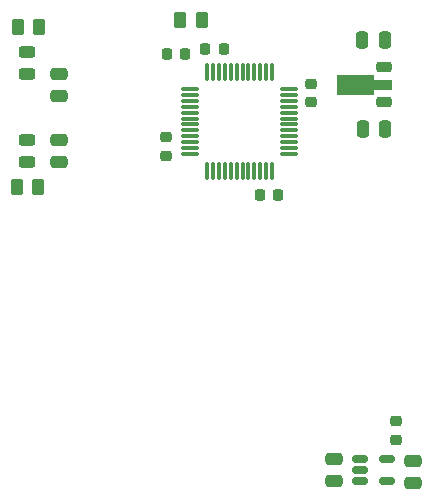
<source format=gtp>
%TF.GenerationSoftware,KiCad,Pcbnew,8.0.5*%
%TF.CreationDate,2025-03-12T16:07:22-07:00*%
%TF.ProjectId,Mechatronics LED,4d656368-6174-4726-9f6e-696373204c45,rev?*%
%TF.SameCoordinates,Original*%
%TF.FileFunction,Paste,Top*%
%TF.FilePolarity,Positive*%
%FSLAX46Y46*%
G04 Gerber Fmt 4.6, Leading zero omitted, Abs format (unit mm)*
G04 Created by KiCad (PCBNEW 8.0.5) date 2025-03-12 16:07:22*
%MOMM*%
%LPD*%
G01*
G04 APERTURE LIST*
G04 Aperture macros list*
%AMRoundRect*
0 Rectangle with rounded corners*
0 $1 Rounding radius*
0 $2 $3 $4 $5 $6 $7 $8 $9 X,Y pos of 4 corners*
0 Add a 4 corners polygon primitive as box body*
4,1,4,$2,$3,$4,$5,$6,$7,$8,$9,$2,$3,0*
0 Add four circle primitives for the rounded corners*
1,1,$1+$1,$2,$3*
1,1,$1+$1,$4,$5*
1,1,$1+$1,$6,$7*
1,1,$1+$1,$8,$9*
0 Add four rect primitives between the rounded corners*
20,1,$1+$1,$2,$3,$4,$5,0*
20,1,$1+$1,$4,$5,$6,$7,0*
20,1,$1+$1,$6,$7,$8,$9,0*
20,1,$1+$1,$8,$9,$2,$3,0*%
%AMFreePoly0*
4,1,9,3.862500,-0.866500,0.737500,-0.866500,0.737500,-0.450000,-0.737500,-0.450000,-0.737500,0.450000,0.737500,0.450000,0.737500,0.866500,3.862500,0.866500,3.862500,-0.866500,3.862500,-0.866500,$1*%
G04 Aperture macros list end*
%ADD10RoundRect,0.250000X0.475000X-0.250000X0.475000X0.250000X-0.475000X0.250000X-0.475000X-0.250000X0*%
%ADD11RoundRect,0.250000X-0.475000X0.250000X-0.475000X-0.250000X0.475000X-0.250000X0.475000X0.250000X0*%
%ADD12RoundRect,0.225000X0.425000X0.225000X-0.425000X0.225000X-0.425000X-0.225000X0.425000X-0.225000X0*%
%ADD13FreePoly0,180.000000*%
%ADD14RoundRect,0.225000X-0.250000X0.225000X-0.250000X-0.225000X0.250000X-0.225000X0.250000X0.225000X0*%
%ADD15RoundRect,0.150000X-0.512500X-0.150000X0.512500X-0.150000X0.512500X0.150000X-0.512500X0.150000X0*%
%ADD16RoundRect,0.225000X0.225000X0.250000X-0.225000X0.250000X-0.225000X-0.250000X0.225000X-0.250000X0*%
%ADD17RoundRect,0.225000X-0.225000X-0.250000X0.225000X-0.250000X0.225000X0.250000X-0.225000X0.250000X0*%
%ADD18RoundRect,0.250000X-0.262500X-0.450000X0.262500X-0.450000X0.262500X0.450000X-0.262500X0.450000X0*%
%ADD19RoundRect,0.075000X-0.662500X-0.075000X0.662500X-0.075000X0.662500X0.075000X-0.662500X0.075000X0*%
%ADD20RoundRect,0.075000X-0.075000X-0.662500X0.075000X-0.662500X0.075000X0.662500X-0.075000X0.662500X0*%
%ADD21RoundRect,0.250000X0.262500X0.450000X-0.262500X0.450000X-0.262500X-0.450000X0.262500X-0.450000X0*%
%ADD22RoundRect,0.250000X0.250000X0.475000X-0.250000X0.475000X-0.250000X-0.475000X0.250000X-0.475000X0*%
%ADD23RoundRect,0.225000X0.250000X-0.225000X0.250000X0.225000X-0.250000X0.225000X-0.250000X-0.225000X0*%
%ADD24RoundRect,0.243750X0.456250X-0.243750X0.456250X0.243750X-0.456250X0.243750X-0.456250X-0.243750X0*%
G04 APERTURE END LIST*
D10*
%TO.C,C3*%
X145375000Y-89375000D03*
X145375000Y-87475000D03*
%TD*%
D11*
%TO.C,C4*%
X145375000Y-93075000D03*
X145375000Y-94975000D03*
%TD*%
D12*
%TO.C,U1*%
X172840000Y-89880000D03*
D13*
X172752500Y-88380000D03*
D12*
X172840000Y-86880000D03*
%TD*%
D14*
%TO.C,C12*%
X173875000Y-116900000D03*
X173875000Y-118450000D03*
%TD*%
D15*
%TO.C,U3*%
X170850000Y-120075000D03*
X170850000Y-121025000D03*
X170850000Y-121975000D03*
X173125000Y-121975000D03*
X173125000Y-120075000D03*
%TD*%
D16*
%TO.C,C8*%
X163875000Y-97700000D03*
X162325000Y-97700000D03*
%TD*%
D14*
%TO.C,C7*%
X166700000Y-88325000D03*
X166700000Y-89875000D03*
%TD*%
D10*
%TO.C,C11*%
X175300000Y-122125000D03*
X175300000Y-120225000D03*
%TD*%
D11*
%TO.C,C10*%
X168650000Y-120075000D03*
X168650000Y-121975000D03*
%TD*%
D17*
%TO.C,C6*%
X157725000Y-85325000D03*
X159275000Y-85325000D03*
%TD*%
D18*
%TO.C,R1*%
X141825000Y-83525000D03*
X143650000Y-83525000D03*
%TD*%
D17*
%TO.C,C5*%
X154475000Y-85800000D03*
X156025000Y-85800000D03*
%TD*%
D19*
%TO.C,U2*%
X156462500Y-88757500D03*
X156462500Y-89257500D03*
X156462500Y-89757500D03*
X156462500Y-90257500D03*
X156462500Y-90757500D03*
X156462500Y-91257500D03*
X156462500Y-91757500D03*
X156462500Y-92257500D03*
X156462500Y-92757500D03*
X156462500Y-93257500D03*
X156462500Y-93757500D03*
X156462500Y-94257500D03*
D20*
X157875000Y-95670000D03*
X158375000Y-95670000D03*
X158875000Y-95670000D03*
X159375000Y-95670000D03*
X159875000Y-95670000D03*
X160375000Y-95670000D03*
X160875000Y-95670000D03*
X161375000Y-95670000D03*
X161875000Y-95670000D03*
X162375000Y-95670000D03*
X162875000Y-95670000D03*
X163375000Y-95670000D03*
D19*
X164787500Y-94257500D03*
X164787500Y-93757500D03*
X164787500Y-93257500D03*
X164787500Y-92757500D03*
X164787500Y-92257500D03*
X164787500Y-91757500D03*
X164787500Y-91257500D03*
X164787500Y-90757500D03*
X164787500Y-90257500D03*
X164787500Y-89757500D03*
X164787500Y-89257500D03*
X164787500Y-88757500D03*
D20*
X163375000Y-87345000D03*
X162875000Y-87345000D03*
X162375000Y-87345000D03*
X161875000Y-87345000D03*
X161375000Y-87345000D03*
X160875000Y-87345000D03*
X160375000Y-87345000D03*
X159875000Y-87345000D03*
X159375000Y-87345000D03*
X158875000Y-87345000D03*
X158375000Y-87345000D03*
X157875000Y-87345000D03*
%TD*%
D21*
%TO.C,R2*%
X157437500Y-82950000D03*
X155612500Y-82950000D03*
%TD*%
D22*
%TO.C,C2*%
X172970000Y-92100000D03*
X171070000Y-92100000D03*
%TD*%
D23*
%TO.C,C9*%
X154400000Y-94400000D03*
X154400000Y-92850000D03*
%TD*%
D18*
%TO.C,R3*%
X141737500Y-97075000D03*
X143562500Y-97075000D03*
%TD*%
D24*
%TO.C,D1*%
X142650000Y-87462500D03*
X142650000Y-85587500D03*
%TD*%
%TO.C,D2*%
X142650000Y-94912500D03*
X142650000Y-93037500D03*
%TD*%
D22*
%TO.C,C1*%
X172910000Y-84640000D03*
X171010000Y-84640000D03*
%TD*%
M02*

</source>
